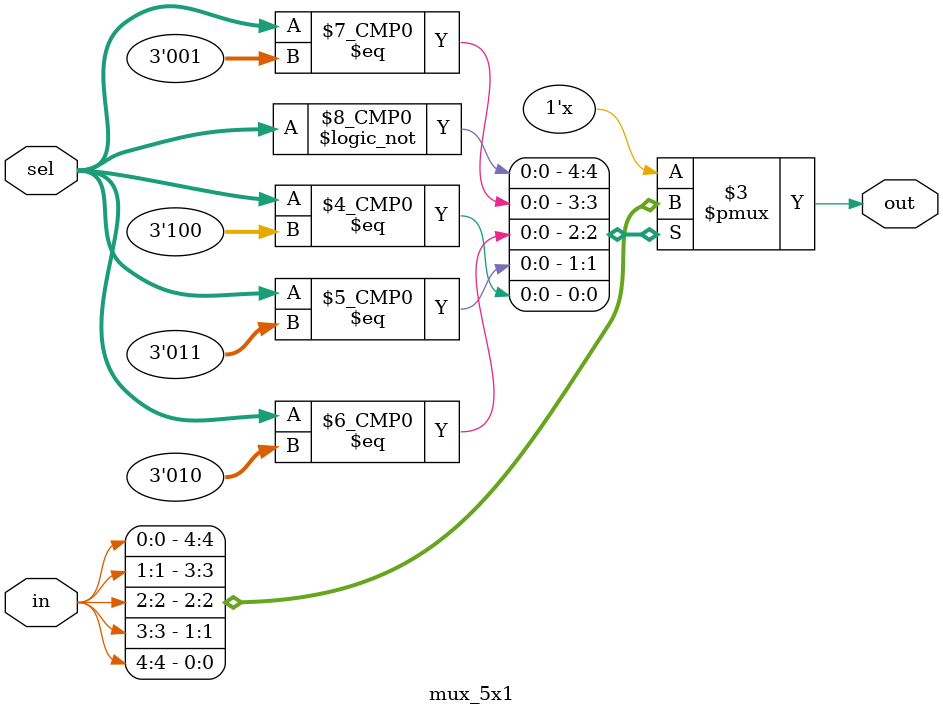
<source format=v>
module mux_5x1(
  input [7:0]in,
  input [2:0]sel,
  output reg out);
  
  always@(*)begin
    case({sel[2],sel[1],sel[0]})
      3'b000 : out=in[0] ;
      3'b001 : out=in[1] ;
      3'b010 : out=in[2] ;
      3'b011 : out=in[3] ;
      3'b100 : out=in[4] ;
      default: out=1'bx ;
    endcase
  end
endmodule

</source>
